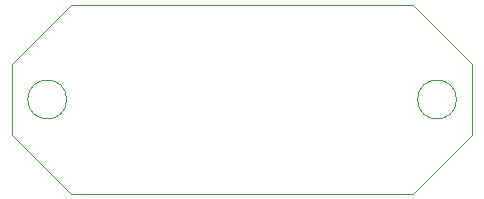
<source format=gbr>
%TF.GenerationSoftware,KiCad,Pcbnew,(5.1.6)-1*%
%TF.CreationDate,2023-02-05T19:48:36+01:00*%
%TF.ProjectId,Hotend_board,486f7465-6e64-45f6-926f-6172642e6b69,rev?*%
%TF.SameCoordinates,Original*%
%TF.FileFunction,Profile,NP*%
%FSLAX46Y46*%
G04 Gerber Fmt 4.6, Leading zero omitted, Abs format (unit mm)*
G04 Created by KiCad (PCBNEW (5.1.6)-1) date 2023-02-05 19:48:36*
%MOMM*%
%LPD*%
G01*
G04 APERTURE LIST*
%TA.AperFunction,Profile*%
%ADD10C,0.050000*%
%TD*%
G04 APERTURE END LIST*
D10*
X140000000Y-114000000D02*
X135000000Y-109000000D01*
X101000000Y-114000000D02*
X106000000Y-109000000D01*
X135000000Y-125000000D02*
X140000000Y-120000000D01*
X106000000Y-125000000D02*
X101000000Y-120000000D01*
X105650000Y-117000000D02*
G75*
G03*
X105650000Y-117000000I-1650000J0D01*
G01*
X138650000Y-117000000D02*
G75*
G03*
X138650000Y-117000000I-1650000J0D01*
G01*
X140000000Y-114000000D02*
X140000000Y-120000000D01*
X101000000Y-114000000D02*
X101000000Y-120000000D01*
X106000000Y-125000000D02*
X135000000Y-125000000D01*
X106000000Y-109000000D02*
X135000000Y-109000000D01*
M02*

</source>
